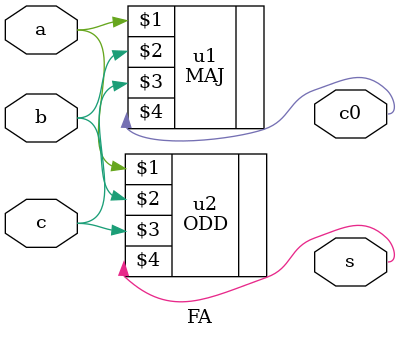
<source format=sv>
`timescale 1ns/1ns
module FA(input a,b,c,output c0,s);
MAJ#(26,22) u1(a,b,c,c0);
ODD#(22,26) u2(a,b,c,s);
endmodule


</source>
